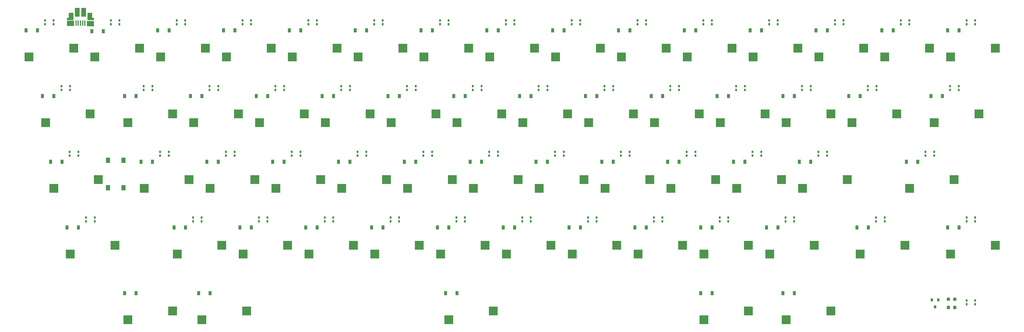
<source format=gbr>
%TF.GenerationSoftware,KiCad,Pcbnew,(5.1.9)-1*%
%TF.CreationDate,2021-10-01T21:52:25+09:00*%
%TF.ProjectId,main,6d61696e-2e6b-4696-9361-645f70636258,1*%
%TF.SameCoordinates,Original*%
%TF.FileFunction,Paste,Bot*%
%TF.FilePolarity,Positive*%
%FSLAX46Y46*%
G04 Gerber Fmt 4.6, Leading zero omitted, Abs format (unit mm)*
G04 Created by KiCad (PCBNEW (5.1.9)-1) date 2021-10-01 21:52:25*
%MOMM*%
%LPD*%
G01*
G04 APERTURE LIST*
%ADD10R,1.300000X1.550000*%
%ADD11R,0.800000X0.900000*%
%ADD12R,0.600000X0.700000*%
%ADD13R,2.550000X2.500000*%
%ADD14R,1.350000X2.000000*%
%ADD15R,1.825000X0.700000*%
%ADD16R,2.000000X1.500000*%
%ADD17R,0.400000X1.650000*%
%ADD18R,1.430000X2.500000*%
%ADD19R,0.900000X1.200000*%
G04 APERTURE END LIST*
D10*
%TO.C,RSW1*%
X96150000Y-144225000D03*
X100650000Y-144225000D03*
X100650000Y-152175000D03*
X96150000Y-152175000D03*
%TD*%
%TO.C,R2*%
G36*
G01*
X339847000Y-186678500D02*
X339847000Y-187153500D01*
G75*
G02*
X339609500Y-187391000I-237500J0D01*
G01*
X339109500Y-187391000D01*
G75*
G02*
X338872000Y-187153500I0J237500D01*
G01*
X338872000Y-186678500D01*
G75*
G02*
X339109500Y-186441000I237500J0D01*
G01*
X339609500Y-186441000D01*
G75*
G02*
X339847000Y-186678500I0J-237500D01*
G01*
G37*
G36*
G01*
X341672000Y-186678500D02*
X341672000Y-187153500D01*
G75*
G02*
X341434500Y-187391000I-237500J0D01*
G01*
X340934500Y-187391000D01*
G75*
G02*
X340697000Y-187153500I0J237500D01*
G01*
X340697000Y-186678500D01*
G75*
G02*
X340934500Y-186441000I237500J0D01*
G01*
X341434500Y-186441000D01*
G75*
G02*
X341672000Y-186678500I0J-237500D01*
G01*
G37*
%TD*%
%TO.C,R1*%
G36*
G01*
X340697000Y-184772500D02*
X340697000Y-184297500D01*
G75*
G02*
X340934500Y-184060000I237500J0D01*
G01*
X341434500Y-184060000D01*
G75*
G02*
X341672000Y-184297500I0J-237500D01*
G01*
X341672000Y-184772500D01*
G75*
G02*
X341434500Y-185010000I-237500J0D01*
G01*
X340934500Y-185010000D01*
G75*
G02*
X340697000Y-184772500I0J237500D01*
G01*
G37*
G36*
G01*
X338872000Y-184772500D02*
X338872000Y-184297500D01*
G75*
G02*
X339109500Y-184060000I237500J0D01*
G01*
X339609500Y-184060000D01*
G75*
G02*
X339847000Y-184297500I0J-237500D01*
G01*
X339847000Y-184772500D01*
G75*
G02*
X339609500Y-185010000I-237500J0D01*
G01*
X339109500Y-185010000D01*
G75*
G02*
X338872000Y-184772500I0J237500D01*
G01*
G37*
%TD*%
D11*
%TO.C,Q1*%
X335510000Y-186725000D03*
X336460000Y-184725000D03*
X334560000Y-184725000D03*
%TD*%
D12*
%TO.C,LED56*%
X344600000Y-103700000D03*
X344600000Y-104800000D03*
X347100000Y-104800000D03*
X347100000Y-103700000D03*
%TD*%
%TO.C,LED55*%
X325550000Y-103700000D03*
X325550000Y-104800000D03*
X328050000Y-104800000D03*
X328050000Y-103700000D03*
%TD*%
%TO.C,LED54*%
X306500000Y-103700000D03*
X306500000Y-104800000D03*
X309000000Y-104800000D03*
X309000000Y-103700000D03*
%TD*%
%TO.C,LED53*%
X287450000Y-103700000D03*
X287450000Y-104800000D03*
X289950000Y-104800000D03*
X289950000Y-103700000D03*
%TD*%
%TO.C,LED52*%
X268400000Y-103700000D03*
X268400000Y-104800000D03*
X270900000Y-104800000D03*
X270900000Y-103700000D03*
%TD*%
%TO.C,LED51*%
X249350000Y-103700000D03*
X249350000Y-104800000D03*
X251850000Y-104800000D03*
X251850000Y-103700000D03*
%TD*%
%TO.C,LED50*%
X230300000Y-103700000D03*
X230300000Y-104800000D03*
X232800000Y-104800000D03*
X232800000Y-103700000D03*
%TD*%
%TO.C,LED49*%
X211250000Y-103700000D03*
X211250000Y-104800000D03*
X213750000Y-104800000D03*
X213750000Y-103700000D03*
%TD*%
%TO.C,LED48*%
X192200000Y-103700000D03*
X192200000Y-104800000D03*
X194700000Y-104800000D03*
X194700000Y-103700000D03*
%TD*%
%TO.C,LED47*%
X173150000Y-103700000D03*
X173150000Y-104800000D03*
X175650000Y-104800000D03*
X175650000Y-103700000D03*
%TD*%
%TO.C,LED46*%
X154100000Y-103700000D03*
X154100000Y-104800000D03*
X156600000Y-104800000D03*
X156600000Y-103700000D03*
%TD*%
%TO.C,LED45*%
X135050000Y-103700000D03*
X135050000Y-104800000D03*
X137550000Y-104800000D03*
X137550000Y-103700000D03*
%TD*%
%TO.C,LED44*%
X116000000Y-103700000D03*
X116000000Y-104800000D03*
X118500000Y-104800000D03*
X118500000Y-103700000D03*
%TD*%
%TO.C,LED43*%
X96950000Y-103700000D03*
X96950000Y-104800000D03*
X99450000Y-104800000D03*
X99450000Y-103700000D03*
%TD*%
%TO.C,LED42*%
X77900000Y-103700000D03*
X77900000Y-104800000D03*
X80400000Y-104800000D03*
X80400000Y-103700000D03*
%TD*%
%TO.C,LED41*%
X85162500Y-123850000D03*
X85162500Y-122750000D03*
X82662500Y-122750000D03*
X82662500Y-123850000D03*
%TD*%
%TO.C,LED40*%
X108975000Y-123850000D03*
X108975000Y-122750000D03*
X106475000Y-122750000D03*
X106475000Y-123850000D03*
%TD*%
%TO.C,LED39*%
X128025000Y-123850000D03*
X128025000Y-122750000D03*
X125525000Y-122750000D03*
X125525000Y-123850000D03*
%TD*%
%TO.C,LED38*%
X147075000Y-123850000D03*
X147075000Y-122750000D03*
X144575000Y-122750000D03*
X144575000Y-123850000D03*
%TD*%
%TO.C,LED37*%
X166125000Y-123850000D03*
X166125000Y-122750000D03*
X163625000Y-122750000D03*
X163625000Y-123850000D03*
%TD*%
%TO.C,LED36*%
X185175000Y-123850000D03*
X185175000Y-122750000D03*
X182675000Y-122750000D03*
X182675000Y-123850000D03*
%TD*%
%TO.C,LED35*%
X204225000Y-123850000D03*
X204225000Y-122750000D03*
X201725000Y-122750000D03*
X201725000Y-123850000D03*
%TD*%
%TO.C,LED34*%
X223275000Y-123850000D03*
X223275000Y-122750000D03*
X220775000Y-122750000D03*
X220775000Y-123850000D03*
%TD*%
%TO.C,LED33*%
X242325000Y-123850000D03*
X242325000Y-122750000D03*
X239825000Y-122750000D03*
X239825000Y-123850000D03*
%TD*%
%TO.C,LED32*%
X261375000Y-123850000D03*
X261375000Y-122750000D03*
X258875000Y-122750000D03*
X258875000Y-123850000D03*
%TD*%
%TO.C,LED31*%
X280425000Y-123850000D03*
X280425000Y-122750000D03*
X277925000Y-122750000D03*
X277925000Y-123850000D03*
%TD*%
%TO.C,LED30*%
X299475000Y-123850000D03*
X299475000Y-122750000D03*
X296975000Y-122750000D03*
X296975000Y-123850000D03*
%TD*%
%TO.C,LED29*%
X318525000Y-123850000D03*
X318525000Y-122750000D03*
X316025000Y-122750000D03*
X316025000Y-123850000D03*
%TD*%
%TO.C,LED28*%
X342338000Y-123850000D03*
X342338000Y-122750000D03*
X339838000Y-122750000D03*
X339838000Y-123850000D03*
%TD*%
%TO.C,LED27*%
X332694000Y-141800000D03*
X332694000Y-142900000D03*
X335194000Y-142900000D03*
X335194000Y-141800000D03*
%TD*%
%TO.C,LED26*%
X301738000Y-141800000D03*
X301738000Y-142900000D03*
X304238000Y-142900000D03*
X304238000Y-141800000D03*
%TD*%
%TO.C,LED25*%
X282688000Y-141800000D03*
X282688000Y-142900000D03*
X285188000Y-142900000D03*
X285188000Y-141800000D03*
%TD*%
%TO.C,LED24*%
X263638000Y-141800000D03*
X263638000Y-142900000D03*
X266138000Y-142900000D03*
X266138000Y-141800000D03*
%TD*%
%TO.C,LED23*%
X244588000Y-141800000D03*
X244588000Y-142900000D03*
X247088000Y-142900000D03*
X247088000Y-141800000D03*
%TD*%
%TO.C,LED22*%
X225538000Y-141800000D03*
X225538000Y-142900000D03*
X228038000Y-142900000D03*
X228038000Y-141800000D03*
%TD*%
%TO.C,LED21*%
X206488000Y-141800000D03*
X206488000Y-142900000D03*
X208988000Y-142900000D03*
X208988000Y-141800000D03*
%TD*%
%TO.C,LED20*%
X187438000Y-141800000D03*
X187438000Y-142900000D03*
X189938000Y-142900000D03*
X189938000Y-141800000D03*
%TD*%
%TO.C,LED19*%
X168388000Y-141800000D03*
X168388000Y-142900000D03*
X170888000Y-142900000D03*
X170888000Y-141800000D03*
%TD*%
%TO.C,LED18*%
X149338000Y-141800000D03*
X149338000Y-142900000D03*
X151838000Y-142900000D03*
X151838000Y-141800000D03*
%TD*%
%TO.C,LED17*%
X130288000Y-141800000D03*
X130288000Y-142900000D03*
X132788000Y-142900000D03*
X132788000Y-141800000D03*
%TD*%
%TO.C,LED16*%
X111238000Y-141800000D03*
X111238000Y-142900000D03*
X113738000Y-142900000D03*
X113738000Y-141800000D03*
%TD*%
%TO.C,LED15*%
X85043800Y-141800000D03*
X85043800Y-142900000D03*
X87543800Y-142900000D03*
X87543800Y-141800000D03*
%TD*%
%TO.C,LED14*%
X92306200Y-161950000D03*
X92306200Y-160850000D03*
X89806200Y-160850000D03*
X89806200Y-161950000D03*
%TD*%
%TO.C,LED13*%
X123262000Y-161950000D03*
X123262000Y-160850000D03*
X120762000Y-160850000D03*
X120762000Y-161950000D03*
%TD*%
%TO.C,LED12*%
X142312000Y-161950000D03*
X142312000Y-160850000D03*
X139812000Y-160850000D03*
X139812000Y-161950000D03*
%TD*%
%TO.C,LED11*%
X161362000Y-161950000D03*
X161362000Y-160850000D03*
X158862000Y-160850000D03*
X158862000Y-161950000D03*
%TD*%
%TO.C,LED10*%
X180412000Y-161950000D03*
X180412000Y-160850000D03*
X177912000Y-160850000D03*
X177912000Y-161950000D03*
%TD*%
%TO.C,LED9*%
X199462000Y-161950000D03*
X199462000Y-160850000D03*
X196962000Y-160850000D03*
X196962000Y-161950000D03*
%TD*%
%TO.C,LED8*%
X218512000Y-161950000D03*
X218512000Y-160850000D03*
X216012000Y-160850000D03*
X216012000Y-161950000D03*
%TD*%
%TO.C,LED7*%
X237562000Y-161950000D03*
X237562000Y-160850000D03*
X235062000Y-160850000D03*
X235062000Y-161950000D03*
%TD*%
%TO.C,LED6*%
X256612000Y-161950000D03*
X256612000Y-160850000D03*
X254112000Y-160850000D03*
X254112000Y-161950000D03*
%TD*%
%TO.C,LED5*%
X275662000Y-161950000D03*
X275662000Y-160850000D03*
X273162000Y-160850000D03*
X273162000Y-161950000D03*
%TD*%
%TO.C,LED4*%
X294712000Y-161950000D03*
X294712000Y-160850000D03*
X292212000Y-160850000D03*
X292212000Y-161950000D03*
%TD*%
%TO.C,LED3*%
X320906000Y-161950000D03*
X320906000Y-160850000D03*
X318406000Y-160850000D03*
X318406000Y-161950000D03*
%TD*%
%TO.C,LED2*%
X347100000Y-161950000D03*
X347100000Y-160850000D03*
X344600000Y-160850000D03*
X344600000Y-161950000D03*
%TD*%
%TO.C,LED1*%
X344601000Y-184860000D03*
X344601000Y-185960000D03*
X347101000Y-185960000D03*
X347101000Y-184860000D03*
%TD*%
D13*
%TO.C,KSW60*%
X305310000Y-187950000D03*
X292383000Y-190490000D03*
%TD*%
%TO.C,KSW59*%
X281497000Y-187950000D03*
X268570000Y-190490000D03*
%TD*%
%TO.C,KSW58*%
X207679000Y-187950000D03*
X194752000Y-190490000D03*
%TD*%
%TO.C,KSW57*%
X136241000Y-187950000D03*
X123314000Y-190490000D03*
%TD*%
%TO.C,KSW56*%
X114810000Y-187950000D03*
X101883000Y-190490000D03*
%TD*%
%TO.C,KSW55*%
X352935000Y-168900000D03*
X340008000Y-171440000D03*
%TD*%
%TO.C,KSW54*%
X326741000Y-168900000D03*
X313814000Y-171440000D03*
%TD*%
%TO.C,KSW53*%
X300547000Y-168900000D03*
X287620000Y-171440000D03*
%TD*%
%TO.C,KSW52*%
X281497000Y-168900000D03*
X268570000Y-171440000D03*
%TD*%
%TO.C,KSW51*%
X262447000Y-168900000D03*
X249520000Y-171440000D03*
%TD*%
%TO.C,KSW50*%
X243397000Y-168900000D03*
X230470000Y-171440000D03*
%TD*%
%TO.C,KSW49*%
X224347000Y-168900000D03*
X211420000Y-171440000D03*
%TD*%
%TO.C,KSW48*%
X205297000Y-168900000D03*
X192370000Y-171440000D03*
%TD*%
%TO.C,KSW47*%
X186247000Y-168900000D03*
X173320000Y-171440000D03*
%TD*%
%TO.C,KSW46*%
X167197000Y-168900000D03*
X154270000Y-171440000D03*
%TD*%
%TO.C,KSW45*%
X148147000Y-168900000D03*
X135220000Y-171440000D03*
%TD*%
%TO.C,KSW44*%
X129097000Y-168900000D03*
X116170000Y-171440000D03*
%TD*%
%TO.C,KSW43*%
X98141200Y-168900000D03*
X85214200Y-171440000D03*
%TD*%
%TO.C,KSW42*%
X341029000Y-149850000D03*
X328102000Y-152390000D03*
%TD*%
%TO.C,KSW41*%
X310073000Y-149850000D03*
X297146000Y-152390000D03*
%TD*%
%TO.C,KSW40*%
X291023000Y-149850000D03*
X278096000Y-152390000D03*
%TD*%
%TO.C,KSW39*%
X271973000Y-149850000D03*
X259046000Y-152390000D03*
%TD*%
%TO.C,KSW38*%
X252923000Y-149850000D03*
X239996000Y-152390000D03*
%TD*%
%TO.C,KSW37*%
X233873000Y-149850000D03*
X220946000Y-152390000D03*
%TD*%
%TO.C,KSW36*%
X214823000Y-149850000D03*
X201896000Y-152390000D03*
%TD*%
%TO.C,KSW35*%
X195773000Y-149850000D03*
X182846000Y-152390000D03*
%TD*%
%TO.C,KSW34*%
X176723000Y-149850000D03*
X163796000Y-152390000D03*
%TD*%
%TO.C,KSW33*%
X157673000Y-149850000D03*
X144746000Y-152390000D03*
%TD*%
%TO.C,KSW32*%
X138623000Y-149850000D03*
X125696000Y-152390000D03*
%TD*%
%TO.C,KSW31*%
X119573000Y-149850000D03*
X106646000Y-152390000D03*
%TD*%
%TO.C,KSW30*%
X93378800Y-149850000D03*
X80451800Y-152390000D03*
%TD*%
%TO.C,KSW29*%
X348173000Y-130800000D03*
X335246000Y-133340000D03*
%TD*%
%TO.C,KSW28*%
X324360000Y-130800000D03*
X311433000Y-133340000D03*
%TD*%
%TO.C,KSW27*%
X305310000Y-130800000D03*
X292383000Y-133340000D03*
%TD*%
%TO.C,KSW26*%
X286260000Y-130800000D03*
X273333000Y-133340000D03*
%TD*%
%TO.C,KSW25*%
X267210000Y-130800000D03*
X254283000Y-133340000D03*
%TD*%
%TO.C,KSW24*%
X248160000Y-130800000D03*
X235233000Y-133340000D03*
%TD*%
%TO.C,KSW23*%
X229110000Y-130800000D03*
X216183000Y-133340000D03*
%TD*%
%TO.C,KSW22*%
X210060000Y-130800000D03*
X197133000Y-133340000D03*
%TD*%
%TO.C,KSW21*%
X191010000Y-130800000D03*
X178083000Y-133340000D03*
%TD*%
%TO.C,KSW20*%
X171960000Y-130800000D03*
X159033000Y-133340000D03*
%TD*%
%TO.C,KSW19*%
X152910000Y-130800000D03*
X139983000Y-133340000D03*
%TD*%
%TO.C,KSW18*%
X133860000Y-130800000D03*
X120933000Y-133340000D03*
%TD*%
%TO.C,KSW17*%
X114810000Y-130800000D03*
X101883000Y-133340000D03*
%TD*%
%TO.C,KSW16*%
X90997500Y-130800000D03*
X78070500Y-133340000D03*
%TD*%
%TO.C,KSW15*%
X352935000Y-111750000D03*
X340008000Y-114290000D03*
%TD*%
%TO.C,KSW14*%
X333885000Y-111750000D03*
X320958000Y-114290000D03*
%TD*%
%TO.C,KSW13*%
X314835000Y-111750000D03*
X301908000Y-114290000D03*
%TD*%
%TO.C,KSW12*%
X295785000Y-111750000D03*
X282858000Y-114290000D03*
%TD*%
%TO.C,KSW11*%
X276735000Y-111750000D03*
X263808000Y-114290000D03*
%TD*%
%TO.C,KSW10*%
X257685000Y-111750000D03*
X244758000Y-114290000D03*
%TD*%
%TO.C,KSW9*%
X238635000Y-111750000D03*
X225708000Y-114290000D03*
%TD*%
%TO.C,KSW8*%
X219585000Y-111750000D03*
X206658000Y-114290000D03*
%TD*%
%TO.C,KSW7*%
X200535000Y-111750000D03*
X187608000Y-114290000D03*
%TD*%
%TO.C,KSW6*%
X181485000Y-111750000D03*
X168558000Y-114290000D03*
%TD*%
%TO.C,KSW5*%
X162435000Y-111750000D03*
X149508000Y-114290000D03*
%TD*%
%TO.C,KSW4*%
X143385000Y-111750000D03*
X130458000Y-114290000D03*
%TD*%
%TO.C,KSW3*%
X124335000Y-111750000D03*
X111408000Y-114290000D03*
%TD*%
%TO.C,KSW2*%
X105285000Y-111750000D03*
X92358000Y-114290000D03*
%TD*%
%TO.C,KSW1*%
X86235000Y-111750000D03*
X73308000Y-114290000D03*
%TD*%
D14*
%TO.C,J1*%
X90925000Y-102515000D03*
X85445000Y-102515000D03*
D15*
X85225000Y-103265000D03*
X91175000Y-103265000D03*
D16*
X85325000Y-104565000D03*
X91075000Y-104585000D03*
D17*
X86875000Y-104465000D03*
X87525000Y-104465000D03*
X88175000Y-104465000D03*
X88825000Y-104465000D03*
X89475000Y-104465000D03*
D18*
X87215000Y-101315000D03*
X89135000Y-101315000D03*
%TD*%
D19*
%TO.C,D60*%
X291475000Y-182810000D03*
X294775000Y-182810000D03*
%TD*%
%TO.C,D59*%
X267662000Y-182810000D03*
X270962000Y-182810000D03*
%TD*%
%TO.C,D58*%
X193844000Y-182810000D03*
X197144000Y-182810000D03*
%TD*%
%TO.C,D57*%
X122406000Y-182810000D03*
X125706000Y-182810000D03*
%TD*%
%TO.C,D56*%
X100975000Y-182810000D03*
X104275000Y-182810000D03*
%TD*%
%TO.C,D55*%
X339100000Y-163760000D03*
X342400000Y-163760000D03*
%TD*%
%TO.C,D54*%
X312906000Y-163760000D03*
X316206000Y-163760000D03*
%TD*%
%TO.C,D53*%
X286712000Y-163760000D03*
X290012000Y-163760000D03*
%TD*%
%TO.C,D52*%
X267662000Y-163760000D03*
X270962000Y-163760000D03*
%TD*%
%TO.C,D51*%
X248612000Y-163760000D03*
X251912000Y-163760000D03*
%TD*%
%TO.C,D50*%
X229562000Y-163760000D03*
X232862000Y-163760000D03*
%TD*%
%TO.C,D49*%
X210512000Y-163760000D03*
X213812000Y-163760000D03*
%TD*%
%TO.C,D48*%
X191462000Y-163760000D03*
X194762000Y-163760000D03*
%TD*%
%TO.C,D47*%
X172412000Y-163760000D03*
X175712000Y-163760000D03*
%TD*%
%TO.C,D46*%
X153362000Y-163760000D03*
X156662000Y-163760000D03*
%TD*%
%TO.C,D45*%
X134312000Y-163760000D03*
X137612000Y-163760000D03*
%TD*%
%TO.C,D44*%
X115262000Y-163760000D03*
X118562000Y-163760000D03*
%TD*%
%TO.C,D43*%
X84306200Y-163760000D03*
X87606200Y-163760000D03*
%TD*%
%TO.C,D42*%
X327194000Y-144710000D03*
X330494000Y-144710000D03*
%TD*%
%TO.C,D41*%
X296238000Y-144710000D03*
X299538000Y-144710000D03*
%TD*%
%TO.C,D40*%
X277188000Y-144710000D03*
X280488000Y-144710000D03*
%TD*%
%TO.C,D39*%
X258138000Y-144710000D03*
X261438000Y-144710000D03*
%TD*%
%TO.C,D38*%
X239088000Y-144710000D03*
X242388000Y-144710000D03*
%TD*%
%TO.C,D37*%
X220038000Y-144710000D03*
X223338000Y-144710000D03*
%TD*%
%TO.C,D36*%
X200988000Y-144710000D03*
X204288000Y-144710000D03*
%TD*%
%TO.C,D35*%
X181938000Y-144710000D03*
X185238000Y-144710000D03*
%TD*%
%TO.C,D34*%
X162888000Y-144710000D03*
X166188000Y-144710000D03*
%TD*%
%TO.C,D33*%
X143838000Y-144710000D03*
X147138000Y-144710000D03*
%TD*%
%TO.C,D32*%
X124788000Y-144710000D03*
X128088000Y-144710000D03*
%TD*%
%TO.C,D31*%
X105738000Y-144710000D03*
X109038000Y-144710000D03*
%TD*%
%TO.C,D30*%
X79543800Y-144710000D03*
X82843800Y-144710000D03*
%TD*%
%TO.C,D29*%
X334338000Y-125660000D03*
X337638000Y-125660000D03*
%TD*%
%TO.C,D28*%
X310525000Y-125660000D03*
X313825000Y-125660000D03*
%TD*%
%TO.C,D27*%
X291475000Y-125660000D03*
X294775000Y-125660000D03*
%TD*%
%TO.C,D26*%
X272425000Y-125660000D03*
X275725000Y-125660000D03*
%TD*%
%TO.C,D25*%
X253375000Y-125660000D03*
X256675000Y-125660000D03*
%TD*%
%TO.C,D24*%
X234325000Y-125660000D03*
X237625000Y-125660000D03*
%TD*%
%TO.C,D23*%
X215275000Y-125660000D03*
X218575000Y-125660000D03*
%TD*%
%TO.C,D22*%
X196225000Y-125660000D03*
X199525000Y-125660000D03*
%TD*%
%TO.C,D21*%
X177175000Y-125660000D03*
X180475000Y-125660000D03*
%TD*%
%TO.C,D20*%
X158125000Y-125660000D03*
X161425000Y-125660000D03*
%TD*%
%TO.C,D19*%
X139075000Y-125660000D03*
X142375000Y-125660000D03*
%TD*%
%TO.C,D18*%
X120025000Y-125660000D03*
X123325000Y-125660000D03*
%TD*%
%TO.C,D17*%
X100975000Y-125660000D03*
X104275000Y-125660000D03*
%TD*%
%TO.C,D16*%
X77162500Y-125660000D03*
X80462500Y-125660000D03*
%TD*%
%TO.C,D15*%
X339100000Y-106610000D03*
X342400000Y-106610000D03*
%TD*%
%TO.C,D14*%
X320050000Y-106610000D03*
X323350000Y-106610000D03*
%TD*%
%TO.C,D13*%
X301000000Y-106610000D03*
X304300000Y-106610000D03*
%TD*%
%TO.C,D12*%
X281950000Y-106610000D03*
X285250000Y-106610000D03*
%TD*%
%TO.C,D11*%
X262900000Y-106610000D03*
X266200000Y-106610000D03*
%TD*%
%TO.C,D10*%
X243850000Y-106610000D03*
X247150000Y-106610000D03*
%TD*%
%TO.C,D9*%
X224800000Y-106610000D03*
X228100000Y-106610000D03*
%TD*%
%TO.C,D8*%
X205750000Y-106610000D03*
X209050000Y-106610000D03*
%TD*%
%TO.C,D7*%
X186700000Y-106610000D03*
X190000000Y-106610000D03*
%TD*%
%TO.C,D6*%
X167650000Y-106610000D03*
X170950000Y-106610000D03*
%TD*%
%TO.C,D5*%
X148600000Y-106610000D03*
X151900000Y-106610000D03*
%TD*%
%TO.C,D4*%
X129550000Y-106610000D03*
X132850000Y-106610000D03*
%TD*%
%TO.C,D3*%
X110500000Y-106610000D03*
X113800000Y-106610000D03*
%TD*%
%TO.C,D2*%
X91450000Y-106797000D03*
X94750000Y-106797000D03*
%TD*%
%TO.C,D1*%
X72400000Y-106610000D03*
X75700000Y-106610000D03*
%TD*%
M02*

</source>
